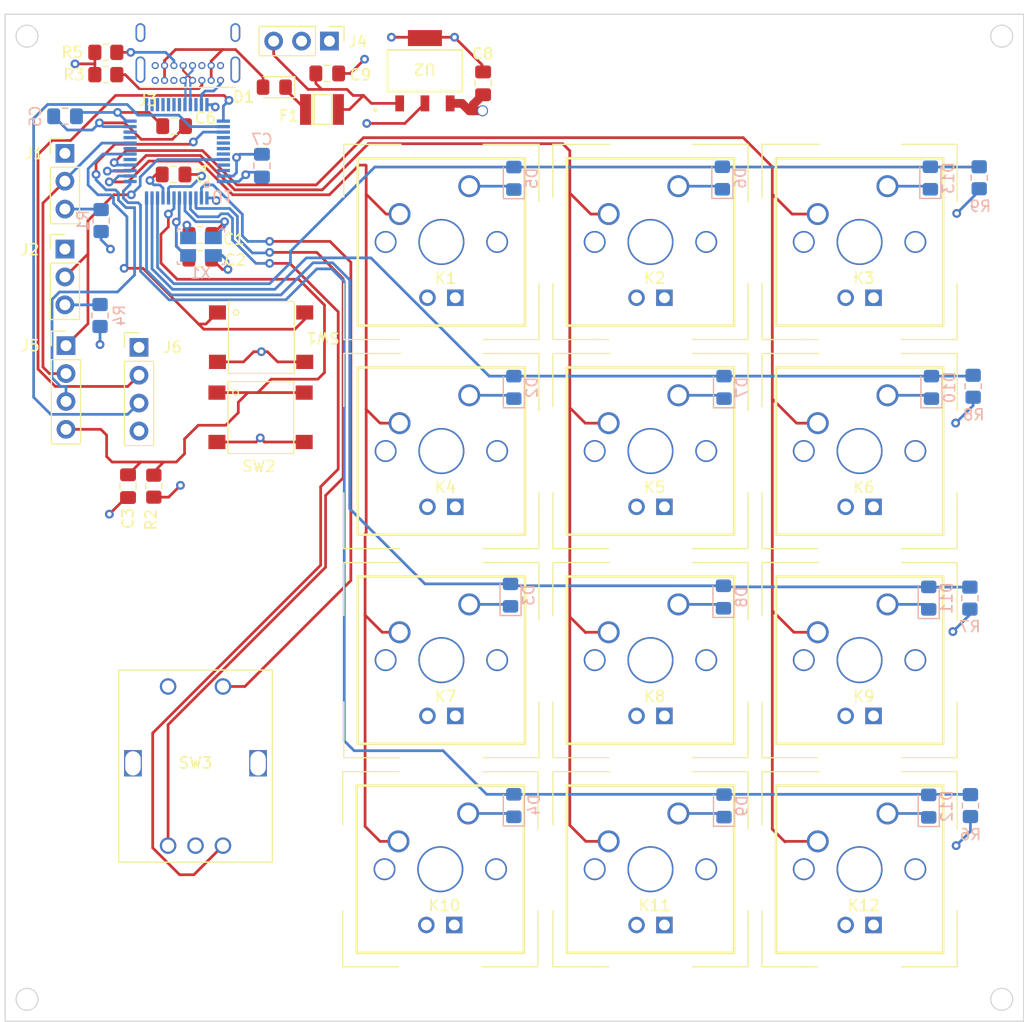
<source format=kicad_pcb>
(kicad_pcb (version 20211014) (generator pcbnew)
  (layers (0 "F.Cu" signal) (1 "In1.Cu" signal) (2 "In2.Cu" signal) (31 "B.Cu" signal) (34 "B.Paste" user) (35 "F.Paste" user) (36 "B.SilkS" user "B.Silkscreen") (37 "F.SilkS" user "F.Silkscreen") (38 "B.Mask" user) (39 "F.Mask" user) (44 "Edge.Cuts" user))
  (net 0 "")
  (net 1 "GND")
  (net 2 "Net-(C1-Pad2)")
  (net 3 "Net-(C2-Pad1)")
  (net 4 "NRST")
  (net 5 "+3V3")
  (net 6 "+5V")
  (net 7 "Net-(D1-Pad1)")
  (net 8 "VBUS")
  (net 9 "Net-(D2-Pad1)")
  (net 10 "ROW1")
  (net 11 "Net-(D3-Pad1)")
  (net 12 "ROW2")
  (net 13 "Net-(D4-Pad1)")
  (net 14 "ROW3")
  (net 15 "Net-(D5-Pad1)")
  (net 16 "ROW0")
  (net 17 "Net-(D6-Pad1)")
  (net 18 "Net-(D7-Pad1)")
  (net 19 "Net-(D8-Pad1)")
  (net 20 "Net-(D9-Pad1)")
  (net 21 "Net-(D10-Pad1)")
  (net 22 "Net-(D11-Pad1)")
  (net 23 "Net-(D12-Pad1)")
  (net 24 "Net-(D13-Pad1)")
  (net 25 "BOOT1")
  (net 26 "Net-(J1-Pad3)")
  (net 27 "BOOT0")
  (net 28 "Net-(J2-Pad3)")
  (net 29 "Net-(J3-PadA5)")
  (net 30 "D+")
  (net 31 "D-")
  (net 33 "Net-(J3-PadB5)")
  (net 35 "TraceSWO")
  (net 36 "SWDIO")
  (net 37 "SWCLK")
  (net 38 "COL0")
  (net 39 "COL1")
  (net 40 "COL2")
  (net 41 "MODE")
  (net 42 "ENCA")
  (net 43 "ENCB")
  (net 44 "ENCSW")
  (net 58 "SDA")
  (net 59 "SCL")
  (footprint "keyboard_fp:CherryMx" (layer "F.Cu") (at 99.55 128.4)
    (fp_text reference "K11")
    (fp_text value "KSW")
  )
  (footprint "keyboard_fp:CherryMx" (layer "F.Cu") (at 118.6 90.3)
    (fp_text reference "K6")
    (fp_text value "KSW")
  )
  (footprint "Capacitor_SMD:C_0805_2012Metric_Pad1.18x1.45mm_HandSolder" (layer "F.Cu") (at 56.1 65.1)
    (fp_text reference "C4")
    (fp_text value "100nF")
  )
  (footprint "keyboard_fp:SOT-223_DIO-L" (layer "F.Cu") (at 79 55.65)
    (fp_text reference "U2")
    (fp_text value "AP2114HA-3.3TRG1")
  )
  (footprint "keyboard_fp:CherryMx" (layer "F.Cu") (at 99.55 90.3)
    (fp_text reference "K5")
    (fp_text value "KSW")
  )
  (footprint "mpadfps:PTS645-G" (layer "F.Cu") (at 60.1 77.675)
    (fp_text reference "SW1")
    (fp_text value "SWITCH_TACTILE_SPST-NO_0.05A_12V" hide)
  )
  (footprint "keyboard_fp:CherryMx" (layer "F.Cu") (at 118.6 71.25)
    (fp_text reference "K3")
    (fp_text value "KSW")
  )
  (footprint "mpadfps:PEC11H-RotaryEncoderSwitch" (layer "F.Cu") (at 58.1 118.75)
    (fp_text reference "SW3")
    (fp_text value "RotaryEncoder_Switch" hide)
  )
  (footprint "keyboard_fp:CherryMx" (layer "F.Cu") (at 118.6 128.4)
    (fp_text reference "K12")
    (fp_text value "KSW")
  )
  (footprint "Resistor_SMD:R_0805_2012Metric_Pad1.20x1.40mm_HandSolder" (layer "F.Cu") (at 54.3 93.5 90)
    (fp_text reference "R2")
    (fp_text value "10k")
  )
  (footprint "Capacitor_SMD:C_0805_2012Metric_Pad1.18x1.45mm_HandSolder" (layer "F.Cu") (at 84.3 56.8 -90)
    (fp_text reference "C8")
    (fp_text value "4.7uF")
  )
  (footprint "Capacitor_SMD:C_0805_2012Metric_Pad1.18x1.45mm_HandSolder" (layer "F.Cu") (at 70.1 55.9)
    (fp_text reference "C9")
    (fp_text value "4.7uF")
  )
  (footprint "Capacitor_SMD:C_0805_2012Metric_Pad1.18x1.45mm_HandSolder" (layer "F.Cu") (at 51.95 93.5 -90)
    (fp_text reference "C3")
    (fp_text value "100nF")
  )
  (footprint "keyboard_fp:CherryMx" (layer "F.Cu") (at 118.6 109.35)
    (fp_text reference "K9")
    (fp_text value "KSW")
  )
  (footprint "Capacitor_SMD:C_0805_2012Metric_Pad1.18x1.45mm_HandSolder" (layer "F.Cu") (at 58.5255 72.771)
    (fp_text reference "C2")
    (fp_text value "15pF")
  )
  (footprint "keyboard_fp:CherryMx" (layer "F.Cu") (at 80.4 128.4)
    (fp_text reference "K10")
    (fp_text value "KSW")
  )
  (footprint "Capacitor_SMD:C_0805_2012Metric_Pad1.18x1.45mm_HandSolder" (layer "F.Cu") (at 58.547 70.612)
    (fp_text reference "C1")
    (fp_text value "15pF")
  )
  (footprint "keyboard_fp:CherryMx" (layer "F.Cu") (at 80.5 109.35)
    (fp_text reference "K7")
    (fp_text value "KSW")
  )
  (footprint "Connector_PinHeader_2.54mm:PinHeader_1x04_P2.54mm_Vertical" (layer "F.Cu") (at 46.3 80.7)
    (fp_text reference "J5")
    (fp_text value "4PinJump" hide)
  )
  (footprint "keyboard_fp:CherryMx" (layer "F.Cu") (at 80.5 71.25)
    (fp_text reference "K1")
    (fp_text value "KSW")
  )
  (footprint "mpadfps:PTS645-G" (layer "F.Cu") (at 60.05 84.975)
    (fp_text reference "SW2")
    (fp_text value "SWITCH_TACTILE_SPST-NO_0.05A_12V" hide)
  )
  (footprint "Connector_PinHeader_2.54mm:PinHeader_1x04_P2.54mm_Vertical" (layer "F.Cu") (at 52.95 80.85)
    (fp_text reference "J6")
    (fp_text value "4PinJump")
  )
  (footprint "Resistor_SMD:R_0805_2012Metric_Pad1.20x1.40mm_HandSolder" (layer "F.Cu") (at 49.927 53.975)
    (fp_text reference "R5")
    (fp_text value "5.1k")
  )
  (footprint "mpadfps:USB4085-GF-A" (layer "F.Cu") (at 57.404 56.5305 180)
    (fp_text reference "J3")
    (fp_text value "GCT-USB4085")
  )
  (footprint "Capacitor_SMD:C_0805_2012Metric_Pad1.18x1.45mm_HandSolder" (layer "F.Cu") (at 56.15 60.7)
    (fp_text reference "C6")
    (fp_text value "1uF")
  )
  (footprint "keyboard_fp:CherryMx" (layer "F.Cu") (at 99.55 109.35)
    (fp_text reference "K8")
    (fp_text value "KSW")
  )
  (footprint "Resistor_SMD:R_0805_2012Metric_Pad1.20x1.40mm_HandSolder" (layer "F.Cu") (at 49.927 56.007)
    (fp_text reference "R3")
    (fp_text value "5.1k")
  )
  (footprint "keyboard_fp:CherryMx" (layer "F.Cu") (at 99.55 71.25)
    (fp_text reference "K2")
    (fp_text value "KSW")
  )
  (footprint "mpadfps:OZCHFusr" (layer "F.Cu") (at 68.12 59.182)
    (fp_text reference "F1")
    (fp_text value "OZCH")
  )
  (footprint "Diode_SMD:D_0805_2012Metric_Pad1.15x1.40mm_HandSolder" (layer "F.Cu") (at 65.278 57.15 180)
    (fp_text reference "D1")
    (fp_text value "D")
  )
  (footprint "keyboard_fp:CherryMx" (layer "F.Cu") (at 80.5 90.3)
    (fp_text reference "K4")
    (fp_text value "KSW")
  )
  (footprint "Connector_PinHeader_2.54mm:PinHeader_1x03_P2.54mm_Vertical" (layer "F.Cu") (at 46.2 71.9)
    (fp_text reference "J2")
    (fp_text value "3PinJump")
  )
  (footprint "Connector_PinHeader_2.54mm:PinHeader_1x03_P2.54mm_Vertical" (layer "F.Cu") (at 46.2 63.175)
    (fp_text reference "J1")
    (fp_text value "3PinJump")
  )
  (footprint "Connector_PinHeader_2.54mm:PinHeader_1x03_P2.54mm_Vertical" (layer "F.Cu") (at 70.3 52.95 -90)
    (fp_text reference "J4")
    (fp_text value "3PinJump")
  )
  (footprint "Diode_SMD:D_0805_2012Metric_Pad1.15x1.40mm_HandSolder" (layer "B.Cu") (at 124.9 103.7 90)
    (fp_text reference "D11")
    (fp_text value "1N4148WX-TP")
  )
  (footprint "Resistor_SMD:R_0805_2012Metric_Pad1.20x1.40mm_HandSolder" (layer "B.Cu") (at 128.7 122.6 90)
    (fp_text reference "R6")
    (fp_text value "1k")
  )
  (footprint "Diode_SMD:D_0805_2012Metric_Pad1.15x1.40mm_HandSolder" (layer "B.Cu") (at 87.1 65.45 90)
    (fp_text reference "D5")
    (fp_text value "1N4148WX-TP")
  )
  (footprint "Diode_SMD:D_0805_2012Metric_Pad1.15x1.40mm_HandSolder" (layer "B.Cu") (at 125.15 84.5 90)
    (fp_text reference "D10")
    (fp_text value "1N4148WX-TP")
  )
  (footprint "Resistor_SMD:R_0805_2012Metric_Pad1.20x1.40mm_HandSolder" (layer "B.Cu") (at 49.5 69.3 -90)
    (fp_text reference "R1")
    (fp_text value "10k" hide)
  )
  (footprint "Capacitor_SMD:C_0805_2012Metric_Pad1.18x1.45mm_HandSolder" (layer "B.Cu") (at 64.15 64.3 90)
    (fp_text reference "C7")
    (fp_text value "4.7uF")
  )
  (footprint "Diode_SMD:D_0805_2012Metric_Pad1.15x1.40mm_HandSolder" (layer "B.Cu") (at 106.2 103.6 90)
    (fp_text reference "D8")
    (fp_text value "1N4148WX-TP")
  )
  (footprint "Capacitor_SMD:C_0805_2012Metric_Pad1.18x1.45mm_HandSolder" (layer "B.Cu") (at 46.2125 59.8 180)
    (fp_text reference "C5")
    (fp_text value "100nF")
  )
  (footprint "Diode_SMD:D_0805_2012Metric_Pad1.15x1.40mm_HandSolder" (layer "B.Cu") (at 106.25 122.625 90)
    (fp_text reference "D9")
    (fp_text value "1N4148WX-TP")
  )
  (footprint "Diode_SMD:D_0805_2012Metric_Pad1.15x1.40mm_HandSolder" (layer "B.Cu") (at 86.8 103.425 90)
    (fp_text reference "D3")
    (fp_text value "1N4148WX-TP")
  )
  (footprint "mpadfps:TSX-3226" (layer "B.Cu") (at 58.547 71.628 180)
    (fp_text reference "X1")
    (fp_text value "TSX-3225_16.0000MF18X-AC6")
  )
  (footprint "Resistor_SMD:R_0805_2012Metric_Pad1.20x1.40mm_HandSolder" (layer "B.Cu") (at 129.5 65.4 90)
    (fp_text reference "R9")
    (fp_text value "1k")
  )
  (footprint "Diode_SMD:D_0805_2012Metric_Pad1.15x1.40mm_HandSolder" (layer "B.Cu") (at 87.1 84.5 90)
    (fp_text reference "D2")
    (fp_text value "1N4148WX-TP")
  )
  (footprint "Diode_SMD:D_0805_2012Metric_Pad1.15x1.40mm_HandSolder" (layer "B.Cu") (at 106.25 84.5 90)
    (fp_text reference "D7")
    (fp_text value "1N4148WX-TP")
  )
  (footprint "Diode_SMD:D_0805_2012Metric_Pad1.15x1.40mm_HandSolder" (layer "B.Cu") (at 124.9 122.65 90)
    (fp_text reference "D12")
    (fp_text value "1N4148WX-TP")
  )
  (footprint "Diode_SMD:D_0805_2012Metric_Pad1.15x1.40mm_HandSolder" (layer "B.Cu") (at 125.05 65.425 90)
    (fp_text reference "D13")
    (fp_text value "1N4148WX-TP")
  )
  (footprint "mpadfps:LQFP48" (layer "B.Cu") (at 56.388 62.992 180)
    (fp_text reference "U1")
    (fp_text value "STM32F103C8T6TR")
  )
  (footprint "Resistor_SMD:R_0805_2012Metric_Pad1.20x1.40mm_HandSolder" (layer "B.Cu") (at 49.4 77.95 -90)
    (fp_text reference "R4")
    (fp_text value "10k")
  )
  (footprint "Resistor_SMD:R_0805_2012Metric_Pad1.20x1.40mm_HandSolder" (layer "B.Cu") (at 128.95 84.4 90)
    (fp_text reference "R8")
    (fp_text value "1k")
  )
  (footprint "Diode_SMD:D_0805_2012Metric_Pad1.15x1.40mm_HandSolder" (layer "B.Cu") (at 87.1 122.6 90)
    (fp_text reference "D4")
    (fp_text value "1N4148WX-TP")
  )
  (footprint "Resistor_SMD:R_0805_2012Metric_Pad1.20x1.40mm_HandSolder" (layer "B.Cu") (at 128.65 103.7 90)
    (fp_text reference "R7")
    (fp_text value "1k")
  )
  (footprint "Diode_SMD:D_0805_2012Metric_Pad1.15x1.40mm_HandSolder" (layer "B.Cu") (at 106.1 65.425 90)
    (fp_text reference "D6")
    (fp_text value "1N4148WX-TP")
  )
  (gr_circle (center 42.75 52.5) (end 42.75 51.5) (layer "Edge.Cuts") (width 0.1) (fill none))
  (gr_rect (start 40.75 50.5) (end 133.55 142.25) (layer "Edge.Cuts") (width 0.1) (fill none))
  (gr_circle (center 131.55 52.5) (end 132.55 52.5) (layer "Edge.Cuts") (width 0.1) (fill none))
  (gr_circle (center 42.75 140.25) (end 41.75 140.25) (layer "Edge.Cuts") (width 0.1) (fill none))
  (gr_circle (center 131.55 140.25) (end 131.55 141.25) (layer "Edge.Cuts") (width 0.1) (fill none))
  (segment (start 64 89.1) (end 64.375 89.475) (width 0.25) (layer "F.Cu") (net 1))
  (segment (start 60.542 73.75) (end 59.563 72.771) (width 0.25) (layer "F.Cu") (net 1))
  (segment (start 71.1375 55.9) (end 72.2 55.9) (width 0.25) (layer "F.Cu") (net 1))
  (segment (start 63.4 81.25) (end 64.1 81.25) (width 0.25) (layer "F.Cu") (net 1))
  (segment (start 58.5 65.1) (end 58.65 65.25) (width 0.25) (layer "F.Cu") (net 1))
  (segment (start 64.375 89.475) (end 68 89.475) (width 0.25) (layer "F.Cu") (net 1))
  (segment (start 75.95 52.6) (end 81.7 52.6) (width 0.25) (layer "F.Cu") (net 1))
  (segment (start 60.1 82.175) (end 62.475 82.175) (width 0.25) (layer "F.Cu") (net 1))
  (segment (start 77.1742 60.45) (end 79 58.6242) (width 0.25) (layer "F.Cu") (net 1))
  (segment (start 49.35 60.4) (end 51.65 60.4) (width 0.25) (layer "F.Cu") (net 1))
  (segment (start 51.95 94.5375) (end 51.7625 94.5375) (width 0.25) (layer "F.Cu") (net 1))
  (segment (start 62.475 82.175) (end 63.4 81.25) (width 0.25) (layer "F.Cu") (net 1))
  (segment (start 84.2 56.075) (end 84.2 55.1) (width 0.25) (layer "F.Cu") (net 1))
  (segment (start 48.927 55.023) (end 47.123 55.023) (width 0.25) (layer "F.Cu") (net 1))
  (segment (start 51.7625 94.5375) (end 50.25 96.05) (width 0.25) (layer "F.Cu") (net 1))
  (segment (start 48.927 55.023) (end 48.927 53.975) (width 0.25) (layer "F.Cu") (net 1))
  (segment (start 61.05 73.75) (end 60.542 73.75) (width 0.25) (layer "F.Cu") (net 1))
  (segment (start 53.14952 61.89952) (end 55.98798 61.89952) (width 0.25) (layer "F.Cu") (net 1))
  (segment (start 63.625 89.475) (end 64 89.1) (width 0.25) (layer "F.Cu") (net 1))
  (segment (start 72.2 55.9) (end 73.5 54.6) (width 0.25) (layer "F.Cu") (net 1))
  (segment (start 57.1375 65.1) (end 58.5 65.1) (width 0.25) (layer "F.Cu") (net 1))
  (segment (start 65.575 82.175) (end 68.05 82.175) (width 0.25) (layer "F.Cu") (net 1))
  (segment (start 57.310233 69.718417) (end 57.310233 70.412733) (width 0.25) (layer "F.Cu") (net 1))
  (segment (start 57.310233 70.412733) (end 57.5095 70.612) (width 0.25) (layer "F.Cu") (net 1))
  (segment (start 84.2 55.1) (end 81.7 52.6) (width 0.25) (layer "F.Cu") (net 1))
  (segment (start 48.927 56.007) (end 48.927 55.023) (width 0.25) (layer "F.Cu") (net 1))
  (segment (start 64.65 81.25) (end 65.575 82.175) (width 0.25) (layer "F.Cu") (net 1))
  (segment (start 51.65 60.4) (end 53.14952 61.89952) (width 0.25) (layer "F.Cu") (net 1))
  (segment (start 64.1 81.25) (end 64.65 81.25) (width 0.25) (layer "F.Cu") (net 1))
  (segment (start 55.98798 61.89952) (end 57.1875 60.7) (width 0.25) (layer "F.Cu") (net 1))
  (segment (start 73.7 60.45) (end 77.1742 60.45) (width 0.25) (layer "F.Cu") (net 1))
  (segment (start 60.05 89.475) (end 63.625 89.475) (width 0.25) (layer "F.Cu") (net 1))
  (via (at 64.1 81.25) (size 0.8) (drill 0.4) (layers "F.Cu" "B.Cu") (net 1))
  (via (at 127.45 68.65) (size 0.8) (drill 0.4) (layers "F.Cu" "B.Cu") (net 1))
  (via (at 50.25 96.05) (size 0.8) (drill 0.4) (layers "F.Cu" "B.Cu") (net 1))
  (via (at 127.35 87.75) (size 0.8) (drill 0.4) (layers "F.Cu" "B.Cu") (net 1))
  (via (at 47.123 55.023) (size 0.8) (drill 0.4) (layers "F.Cu" "B.Cu") (net 1))
  (via (at 127.4 126.25) (size 0.8) (drill 0.4) (layers "F.Cu" "B.Cu") (net 1))
  (via (at 127.1 106.75) (size 0.8) (drill 0.4) (layers "F.Cu" "B.Cu") (net 1))
  (via (at 81.7 52.6) (size 0.8) (drill 0.4) (layers "F.Cu" "B.Cu") (net 1))
  (via (at 49.35 60.4) (size 0.8) (drill 0.4) (layers "F.Cu" "B.Cu") (net 1))
  (via (at 49.4 80.6) (size 0.8) (drill 0.4) (layers "F.Cu" "B.Cu") (net 1))
  (via (at 64 89.1) (size 0.8) (drill 0.4) (layers "F.Cu" "B.Cu") (net 1))
  (via (at 50.35 71.9) (size 0.8) (drill 0.4) (layers "F.Cu" "B.Cu") (net 1))
  (via (at 61.836223 63.552873) (size 0.8) (drill 0.4) (layers "F.Cu" "B.Cu") (net 1))
  (via (at 61.05 73.75) (size 0.8) (drill 0.4) (layers "F.Cu" "B.Cu") (net 1))
  (via (at 75.95 52.6) (size 0.8) (drill 0.4) (layers "F.Cu" "B.Cu") (net 1))
  (via (at 73.7 60.45) (size 0.8) (drill 0.4) (layers "F.Cu" "B.Cu") (net 1))
  (via (at 57.310233 69.718417) (size 0.8) (drill 0.4) (layers "F.Cu" "B.Cu") (net 1))
  (via (at 58.65 65.25) (size 0.8) (drill 0.4) (layers "F.Cu" "B.Cu") (net 1))
  (via (at 73.5 54.6) (size 0.8) (drill 0.4) (layers "F.Cu" "B.Cu") (net 1))
  (segment (start 60.379 56.871) (end 60.379 56.5305) (width 0.25) (layer "B.Cu") (net 1))
  (segment (start 45.175 59.8) (end 46.425 61.05) (width 0.25) (layer "B.Cu") (net 1))
  (segment (start 49.5 70.3) (end 49.5 71.05) (width 0.25) (layer "B.Cu") (net 1))
  (segment (start 49.5 71.05) (end 50.35 71.9) (width 0.25) (layer "B.Cu") (net 1))
  (segment (start 62.126596 63.2625) (end 64.15 63.2625) (width 0.25) (layer "B.Cu") (net 1))
  (segment (start 61.836223 63.552873) (end 62.126596 63.2625) (width 0.25) (layer "B.Cu") (net 1))
  (segment (start 59.75 57.5) (end 60.379 56.871) (width 0.25) (layer "B.Cu") (net 1))
  (segment (start 59.722 72.478) (end 60.528 72.478) (width 0.25) (layer "B.Cu") (net 1))
  (segment (start 46.425 61.05) (end 48.7 61.05) (width 0.25) (layer "B.Cu") (net 1))
  (segment (start 61.05 73) (end 61.05 73.75) (width 0.25) (layer "B.Cu") (net 1))
  (segment (start 58.638 57.842978) (end 58.980978 57.5) (width 0.25) (layer "B.Cu") (net 1))
  (segment (start 128.65 105.2) (end 127.1 106.75) (width 0.25) (layer "B.Cu") (net 1))
  (segment (start 52.138 60.742) (end 49.692 60.742) (width 0.25) (layer "B.Cu") (net 1))
  (segment (start 55.638 66.342978) (end 55.780978 66.2) (width 0.25) (layer "B.Cu") (net 1))
  (segment (start 49.692 60.742) (end 49.35 60.4) (width 0.25) (layer "B.Cu") (net 1))
  (segment (start 58.638 58.742) (end 58.638 57.842978) (width 0.25) (layer "B.Cu") (net 1))
  (segment (start 60.528 72.478) (end 61.05 73) (width 0.25) (layer "B.Cu") (net 1))
  (segment (start 128.65 104.7) (end 128.65 105.2) (width 0.25) (layer "B.Cu") (net 1))
  (segment (start 128.95 85.4) (end 128.95 86.15) (width 0.25) (layer "B.Cu") (net 1))
  (segment (start 57.310233 69.718417) (end 57.310233 70.766233) (width 0.25) (layer "B.Cu") (net 1))
  (segment (start 129.5 66.4) (end 129.5 66.6) (width 0.25) (layer "B.Cu") (net 1))
  (segment (start 61.836223 63.552873) (end 61.836223 64.942799) (width 0.25) (layer "B.Cu") (net 1))
  (segment (start 61.537022 65.242) (end 60.638 65.242) (width 0.25) (layer "B.Cu") (net 1))
  (segment (start 129.5 66.6) (end 127.45 68.65) (width 0.25) (layer "B.Cu") (net 1))
  (segment (start 128.95 86.15) (end 127.35 87.75) (width 0.25) (layer "B.Cu") (net 1))
  (segment (start 57.7 66.2) (end 58.65 65.25) (width 0.25) (layer "B.Cu") (net 1))
  (segment (start 128.7 124.95) (end 127.4 126.25) (width 0.25) (layer "B.Cu") (net 1))
  (segment (start 48.7 61.05) (end 49.35 60.4) (width 0.25) (layer "B.Cu") (net 1))
  (segment (start 55.638 67.242) (end 55.638 66.342978) (width 0.25) (layer "B.Cu") (net 1))
  (segment (start 58.980978 57.5) (end 59.75 57.5) (width 0.25) (layer "B.Cu") (net 1))
  (segment (start 49.4 78.95) (end 49.4 80.6) (width 0.25) (layer "B.Cu") (net 1))
  (segment (start 61.836223 64.942799) (end 61.537022 65.242) (width 0.25) (layer "B.Cu") (net 1))
  (segment (start 55.780978 66.2) (end 57.7 66.2) (width 0.25) (layer "B.Cu") (net 1))
  (segment (start 128.7 123.6) (end 128.7 124.95) (width 0.25) (layer "B.Cu") (net 1))
  (segment (start 57.310233 70.766233) (end 57.422 70.878) (width 0.25) (layer "B.Cu") (net 1))
  (segment (start 60.744842 69.451658) (end 59.5845 70.612) (width 0.25) (layer "F.Cu") (net 2))
  (segment (start 60.744842 69.405158) (end 60.744842 69.451658) (width 0.25) (layer "F.Cu") (net 2))
  (via (at 60.744842 69.405158) (size 0.8) (drill 0.4) (layers "F.Cu" "B.Cu") (net 2))
  (segment (start 60.744842 69.855158) (end 59.722 70.878) (width 0.25) (layer "B.Cu") (net 2))
  (segment (start 58.130702 69.405158) (end 57.138 68.412456) (width 0.25) (layer "B.Cu") (net 2))
  (segment (start 57.138 68.412456) (end 57.138 67.242) (width 0.25) (layer "B.Cu") (net 2))
  (segment (start 60.744842 69.405158) (end 58.130702 69.405158) (width 0.25) (layer "B.Cu") (net 2))
  (segment (start 60.744842 69.405158) (end 60.744842 69.855158) (width 0.25) (layer "B.Cu") (net 2))
  (segment (start 56.3505 69.43928) (end 56.3505 71.6335) (width 0.25) (layer "F.Cu") (net 3))
  (segment (start 56.3505 71.6335) (end 57.488 72.771) (width 0.25) (layer "F.Cu") (net 3))
  (via (at 56.3505 69.43928) (size 0.8) (drill 0.4) (layers "F.Cu" "B.Cu") (net 3))
  (segment (start 56.41772 69.43928) (end 56.612511 69.244489) (width 0.25) (layer "B.Cu") (net 3))
  (segment (start 56.3505 69.43928) (end 56.3505 71.6505) (width 0.25) (layer "B.Cu") (net 3))
  (segment (start 56.612511 69.244489) (end 56.612511 67.437) (width 0.25) (layer "B.Cu") (net 3))
  (segment (start 57.178 72.478) (end 57.422 72.478) (width 0.25) (layer "B.Cu") (net 3))
  (segment (start 56.3505 69.43928) (end 56.41772 69.43928) (width 0.25) (layer "B.Cu") (net 3))
  (segment (start 56.3505 71.6505) (end 57.178 72.478) (width 0.25) (layer "B.Cu") (net 3))
  (segment (start 69.85 77) (end 69.85 83.15) (width 0.25) (layer "F.Cu") (net 4))
  (segment (start 56.35 91.3) (end 55.2 91.3) (width 0.25) (layer "F.Cu") (net 4))
  (segment (start 60.85 87.95) (end 58.35 87.95) (width 0.25) (layer "F.Cu") (net 4))
  (segment (start 63.825 84.975) (end 63.775 84.975) (width 0.25) (layer "F.Cu") (net 4))
  (segment (start 65 83.75) (end 63.775 84.975) (width 0.25) (layer "F.Cu") (net 4))
  (segment (start 56.425 74.65) (end 67.5 74.65) (width 0.25) (layer "F.Cu") (net 4))
  (segment (start 55.2 91.3) (end 54.3 92.2) (width 0.25) (layer "F.Cu") (net 4))
  (segment (start 50.5 91.3) (end 50 90.8) (width 0.25) (layer "F.Cu") (net 4))
  (segment (start 54.95 73.175) (end 56.425 74.65) (width 0.25) (layer "F.Cu") (net 4))
  (segment (start 57.1 89.2) (end 57.1 90.55) (width 0.25) (layer "F.Cu") (net 4))
  (segment (start 55.626 69.874) (end 54.95 70.55) (width 0.25) (layer "F.Cu") (net 4))
  (segment (start 68 84.975) (end 63.825 84.975) (width 0.25) (layer "F.Cu") (net 4))
  (segment (start 62 85.85) (end 62.875 84.975) (width 0.25) (layer "F.Cu") (net 4))
  (segment (start 50 90.8) (end 50 88.85) (width 0.25) (layer "F.Cu") (net 4))
  (segment (start 54.95 70.55) (end 54.95 73.175) (width 0.25) (layer "F.Cu") (net 4))
  (segment (start 50.5 91.3) (end 55.2 91.3) (width 0.25) (layer "F.Cu") (net 4))
  (segment (start 69.85 83.15) (end 69.25 83.75) (width 0.25) (layer "F.Cu") (net 4))
  (segment (start 67.5 74.65) (end 69.85 77) (width 0.25) (layer "F.Cu") (net 4))
  (segment (start 53.1125 91.3) (end 51.95 92.4625) (width 0.25) (layer "F.Cu") (net 4))
  (segment (start 49.47 88.32) (end 46.3 88.32) (width 0.25) (layer "F.Cu") (net 4))
  (segment (start 55.626 68.707) (end 55.626 69.874) (width 0.25) (layer "F.Cu") (net 4))
  (segment (start 69.25 83.75) (end 65 83.75) (width 0.25) (layer "F.Cu") (net 4))
  (segment (start 62 85.85) (end 62 86.8) (width 0.25) (layer "F.Cu") (net 4))
  (segment (start 50 88.85) (end 49.47 88.32) (width 0.25) (layer "F.Cu") (net 4))
  (segment (start 54.3 92.2) (end 54.3 92.5) (width 0.25) (layer "F.Cu") (net 4))
  (segment (start 58.35 87.95) (end 57.1 89.2) (width 0.25) (layer "F.Cu") (net 4))
  (segment (start 62 86.8) (end 60.85 87.95) (width 0.25) (layer "F.Cu") (net 4))
  (segment (start 57.1 90.55) (end 56.35 91.3) (width 0.25) (layer "F.Cu") (net 4))
  (segment (start 60.05 84.975) (end 63.775 84.975) (width 0.25) (layer "F.Cu") (net 4))
  (via (at 55.626 68.707) (size 0.8) (drill 0.4) (layers "F.Cu" "B.Cu") (net 4))
  (segment (start 56.138 68.195) (end 55.626 68.707) (width 0.25) (layer "B.Cu") (net 4))
  (segment (start 56.138 67.242) (end 56.138 68.195) (width 0.25) (layer "B.Cu") (net 4))
  (segment (start 53.8625 59.45) (end 55.1125 60.7) (width 0.25) (layer "F.Cu") (net 5))
  (segment (start 84.3 57.8375) (end 83.4 58.7375) (width 0.8) (layer "F.Cu") (net 5))
  (segment (start 54.3 94.5) (end 55.65 94.5) (width 0.25) (layer "F.Cu") (net 5))
  (segment (start 83.4 59.3) (end 84.25 59.3) (width 0.8) (layer "F.Cu") (net 5))
  (segment (start 83.4 58.7375) (end 83.4 59.3) (width 0.8) (layer "F.Cu") (net 5))
  (segment (start 83.05 59.3) (end 83.4 59.3) (width 0.8) (layer "F.Cu") (net 5))
  (segment (start 55.65 94.5) (end 56.725 93.425) (width 0.25) (layer "F.Cu") (net 5))
  (segment (start 81.3 58.6242) (end 82.3742 58.6242) (width 0.8) (layer "F.Cu") (net 5))
  (segment (start 55.0625 65.1) (end 54.5 65.1) (width 0.25) (layer "F.Cu") (net 5))
  (segment (start 51 59.45) (end 53.8625 59.45) (width 0.25) (layer "F.Cu") (net 5))
  (segment (start 54.5 65.1) (end 53.95 65.65) (width 0.25) (layer "F.Cu") (net 5))
  (segment (start 82.3742 58.6242) (end 83.05 59.3) (width 0.8) (layer "F.Cu") (net 5))
  (via (at 51 59.45) (size 0.8) (drill 0.4) (layers "F.Cu" "B.Cu") (net 5))
  (via (at 60 67.4755) (size 0.8) (drill 0.4) (layers "F.Cu" "B.Cu") (net 5))
  (via (at 53.95 65.65) (size 0.8) (drill 0.4) (layers "F.Cu" "B.Cu") (net 5))
  (via (at 62.675 65.125) (size 0.8) (drill 0.4) (layers "F.Cu" "B.Cu") (net 5))
  (via (at 56.725 93.425) (size 0.8) (drill 0.4) (layers "F.Cu" "B.Cu") (net 5))
  (via (at 84.25 59.3) (size 1) (drill 0.8) (layers "F.Cu" "B.Cu") (net 5))
  (via (at 59.9 58.95) (size 0.8) (drill 0.4) (layers "F.Cu" "B.Cu") (net 5))
  (segment (start 52.138 60.242) (end 51.792 60.242) (width 0.25) (layer "B.Cu") (net 5))
  (segment (start 63.7125 64.9) (end 64.15 65.3375) (width 0.25) (layer "B.Cu") (net 5))
  (segment (start 60 67.4755) (end 59.7665 67.242) (width 0.25) (layer "B.Cu") (net 5))
  (segment (start 62.9 64.9) (end 63.7125 64.9) (width 0.25) (layer "B.Cu") (net 5))
  (segment (start 60.638 65.742) (end 62.058 65.742) (width 0.25) (layer "B.Cu") (net 5))
  (segment (start 59.138 58.742) (end 59.692 58.742) (width 0.25) (layer "B.Cu") (net 5))
  (segment (start 55.138 66.342978) (end 54.845022 66.05) (width 0.25) (layer "B.Cu") (net 5))
  (segment (start 59.7665 67.242) (end 59.138 67.242) (width 0.25) (layer "B.Cu") (net 5))
  (segment (start 51.792 60.242) (end 51 59.45) (width 0.25) (layer "B.Cu") (net 5))
  (segment (start 62.058 65.742) (end 62.675 65.125) (width 0.25) (layer "B.Cu") (net 5))
  (segment (start 47.6 59.45) (end 47.25 59.8) (width 0.25) (layer "B.Cu") (net 5))
  (segment (start 54.3 66.05) (end 53.95 65.7) (width 0.25) (layer "B.Cu") (net 5))
  (segment (start 59.692 58.742) (end 59.9 58.95) (width 0.25) (layer "B.Cu") (net 5))
  (segment (start 51 59.45) (end 47.6 59.45) (width 0.25) (layer "B.Cu") (net 5))
  (segment (start 53.95 65.7) (end 53.95 65.65) (width 0.25) (layer "B.Cu") (net 5))
  (segment (start 55.138 67.242) (end 55.138 66.342978) (width 0.25) (layer "B.Cu") (net 5))
  (segment (start 62.675 65.125) (end 62.9 64.9) (width 0.25) (layer "B.Cu") (net 5))
  (segment (start 54.845022 66.05) (end 54.3 66.05) (width 0.25) (layer "B.Cu") (net 5))
  (segment (start 69.0625 56.8125) (end 69.0625 56.15) (width 0.25) (layer "F.Cu") (net 6))
  (segment (start 73.4 57.9) (end 74.1242 58.6242) (width 0.25) (layer "F.Cu") (net 6))
  (segment (start 65.22 54.22) (end 65.22 52.95) (width 0.25) (layer "F.Cu") (net 6))
  (segment (start 73.4 57.9) (end 72.118 59.182) (width 0.25) (layer "F.Cu") (net 6))
  (segment (start 69.6 57.35) (end 68.35 57.35) (width 0.25) (layer "F.Cu") (net 6))
  (segment (start 72.45 57.9) (end 71.9 57.35) (width 0.25) (layer "F.Cu") (net 6))
  (segment (start 71.9 57.35) (end 69.6 57.35) (width 0.25) (layer "F.Cu") (net 6))
  (segment (start 69.6 57.35) (end 69.0625 56.8125) (width 0.25) (layer "F.Cu") (net 6))
  (segment (start 72.118 59.182) (end 71.12 59.182) (width 0.25) (layer "F.Cu") (net 6))
  (segment (start 68.35 57.35) (end 65.22 54.22) (width 0.25) (layer "F.Cu") (net 6))
  (segment (start 74.1242 58.6242) (end 76.7 58.6242) (width 0.25) (layer "F.Cu") (net 6))
  (segment (start 72.45 57.9) (end 73.4 57.9) (width 0.25) (layer "F.Cu") (net 6))
  (segment (start 68.12 59.182) (end 66.303 57.365) (width 0.25) (layer "F.Cu") (net 7))
  (segment (start 66.303 57.365) (end 66.303 57.15) (width 0.25) (layer "F.Cu") (net 7))
  (segment (start 59.529 55.1805) (end 59.529 56.5305) (width 0.25) (layer "F.Cu") (net 8))
  (segment (start 64.253 56.229164) (end 64.253 57.15) (width 0.25) (layer "F.Cu") (net 8))
  (segment (start 59.529 55.1805) (end 59.529 54.771) (width 0.25) (layer "F.Cu") (net 8))
  (segment (start 55.279 55.1805) (end 55.279 54.720881) (width 0.25) (layer "F.Cu") (net 8))
  (segment (start 61.744836 53.721) (end 64.253 56.229164) (width 0.25) (layer "F.Cu") (net 8))
  (segment (start 56.278881 53.721) (end 60.579 53.721) (width 0.25) (layer "F.Cu") (net 8))
  (segment (start 59.529 54.771) (end 60.579 53.721) (width 0.25) (layer "F.Cu") (net 8))
  (segment (start 60.579 53.721) (end 61.744836 53.721) (width 0.25) (layer "F.Cu") (net 8))
  (segment (start 55.279 55.1805) (end 55.279 56.5305) (width 0.25) (layer "F.Cu") (net 8))
  (segment (start 55.279 54.720881) (end 56.278881 53.721) (width 0.25) (layer "F.Cu") (net 8))
  (segment (start 86.795 85.22) (end 83.04 85.22) (width 0.25) (layer "B.Cu") (net 9))
  (segment (start 87.1 85.525) (end 86.795 85.22) (width 0.25) (layer "B.Cu") (net 9))
  (segment (start 87.1 83.475) (end 128.875 83.475) (width 0.25) (layer "B.Cu") (net 10))
  (segment (start 65.335 75.565) (end 68.2 72.7) (width 0.25) (layer "B.Cu") (net 10))
  (segment (start 74.080411 72.7) (end 84.855411 83.475) (width 0.25) (layer "B.Cu") (net 10))
  (segment (start 54.138 73.696717) (end 56.006283 75.565) (width 0.25) (layer "B.Cu") (net 10))
  (segment (start 84.855411 83.475) (end 87.1 83.475) (width 0.25) (layer "B.Cu") (net 10))
  (segment (start 56.006283 75.565) (end 65.335 75.565) (width 0.25) (layer "B.Cu") (net 10))
  (segment (start 128.875 83.475) (end 128.95 83.4) (width 0.25) (layer "B.Cu") (net 10))
  (segment (start 68.2 72.7) (end 74.080411 72.7) (width 0.25) (layer "B.Cu") (net 10))
  (segment (start 54.138 67.242) (end 54.138 73.696717) (width 0.25) (layer "B.Cu") (net 10))
  (segment (start 86.62 104.27) (end 83.04 104.27) (width 0.25) (layer "B.Cu") (net 11))
  (segment (start 86.8 104.45) (end 86.62 104.27) (width 0.25) (layer "B.Cu") (net 11))
  (segment (start 86.975 102.575) (end 86.8 102.4) (width 0.25) (layer "B.Cu") (net 12))
  (segment (start 55.878566 76.073) (end 65.877 76.073) (width 0.25) (layer "B.Cu") (net 12))
  (segment (start 79 102.4) (end 86.8 102.4) (width 0.25) (layer "B.Cu") (net 12))
  (segment (start 65.877 76.073) (end 68.8 73.15) (width 0.25) (layer "B.Cu") (net 12))
  (segment (start 124.925 102.7) (end 124.9 102.675) (width 0.25) (layer "B.Cu") (net 12))
  (segment (start 53.638 73.832434) (end 55.878566 76.073) (width 0.25) (layer "B.Cu") (net 12))
  (segment (start 68.8 73.15) (end 70.585718 73.15) (width 0.25) (layer "B.Cu") (net 12))
  (segment (start 72.15 74.714282) (end 72.15 95.55) (width 0.25) (layer "B.Cu") (net 12))
  (segment (start 72.15 95.55) (end 79 102.4) (width 0.25) (layer "B.Cu") (net 12))
  (segment (start 124.9 102.675) (end 106.3 102.675) (width 0.25) (layer "B.Cu") (net 12))
  (segment (start 53.638 67.242) (end 53.638 73.832434) (width 0.25) (layer "B.Cu") (net 12))
  (segment (start 128.65 102.7) (end 124.925 102.7) (width 0.25) (layer "B.Cu") (net 12))
  (segment (start 70.585718 73.15) (end 72.15 74.714282) (width 0.25) (layer "B.Cu") (net 12))
  (segment (start 106.2 102.575) (end 86.975 102.575) (width 0.25) (layer "B.Cu") (net 12))
  (segment (start 106.3 102.675) (end 106.2 102.575) (width 0.25) (layer "B.Cu") (net 12))
  (segment (start 86.795 123.32) (end 82.94 123.32) (width 0.25) (layer "B.Cu") (net 13))
  (segment (start 87.1 123.625) (end 86.795 123.32) (width 0.25) (layer "B.Cu") (net 13))
  (segment (start 66.32748 76.52252) (end 69.15 73.7) (width 0.25) (layer "B.Cu") (net 14))
  (segment (start 70.5 73.7) (end 69.15 73.7) (width 0.25) (layer "B.Cu") (net 14))
  (segment (start 51.525489 67.250103) (end 51.949897 67.674511) (width 0.25) (layer "B.Cu") (net 14))
  (segment (start 71.65 74.85) (end 70.5 73.7) (width 0.25) (layer "B.Cu") (net 14))
  (segment (start 53.086 67.886) (end 53.086 73.916151) (width 0.25) (layer "B.Cu") (net 14))
  (segment (start 87.1 121.575) (end 128.675 121.575) (width 0.25) (layer "B.Cu") (net 14))
  (segment (start 71.65 116.7) (end 71.65 74.85) (width 0.25) (layer "B.Cu") (net 14))
  (segment (start 55.692369 76.52252) (end 66.32748 76.52252) (width 0.25) (layer "B.Cu") (net 14))
  (segment (start 87.1 121.575) (end 84.625 121.575) (width 0.25) (layer "B.Cu") (net 14))
  (segment (start 51.949897 67.674511) (end 52.874511 67.674511) (width 0.25) (layer "B.Cu") (net 14))
  (segment (start 53.086 73.916151) (end 55.692369 76.52252) (width 0.25) (layer "B.Cu") (net 14))
  (segment (start 80.65 117.6) (end 72.55 117.6) (width 0.25) (layer "B.Cu") (net 14))
  (segment (start 52.874511 67.674511) (end 53.086 67.886) (width 0.25) (layer "B.Cu") (net 14))
  (segment (start 72.55 117.6) (end 71.65 116.7) (width 0.25) (layer "B.Cu") (net 14))
  (segment (start 128.675 121.575) (end 128.7 121.6) (width 0.25) (layer "B.Cu") (net 14))
  (segment (start 52.138 65.742) (end 52.138 66.012) (width 0.25) (layer "B.Cu") (net 14))
  (segment (start 84.625 121.575) (end 80.65 117.6) (width 0.25) (layer "B.Cu") (net 14))
  (segment (start 52.138 66.012) (end 51.525489 66.624511) (width 0.25) (layer "B.Cu") (net 14))
  (segment (start 51.525489 66.624511) (end 51.525489 67.250103) (width 0.25) (layer "B.Cu") (net 14))
  (segment (start 87.1 66.475) (end 86.795 66.17) (width 0.25) (layer "B.Cu") (net 15))
  (segment (start 86.795 66.17) (end 83.04 66.17) (width 0.25) (layer "B.Cu") (net 15))
  (segment (start 66.75 73.15) (end 66.75 72.1) (width 0.25) (layer "B.Cu") (net 16))
  (segment (start 64.843 75.057) (end 66.75 73.15) (width 0.25) (layer "B.Cu") (net 16))
  (segment (start 87.1 64.425) (end 129.475 64.425) (width 0.25) (layer "B.Cu") (net 16))
  (segment (start 54.638 73.561) (end 56.134 75.057) (width 0.25) (layer "B.Cu") (net 16))
  (segment (start 56.134 75.057) (end 64.843 75.057) (width 0.25) (layer "B.Cu") (net 16))
  (segment (start 74.425 64.425) (end 87.1 64.425) (width 0.25) (layer "B.Cu") (net 16))
  (segment (start 54.638 67.242) (end 54.638 73.561) (width 0.25) (layer "B.Cu") (net 16))
  (segment (start 66.75 72.1) (end 74.425 64.425) (width 0.25) (layer "B.Cu") (net 16))
  (segment (start 129.475 64.425) (end 129.5 64.4) (width 0.25) (layer "B.Cu") (net 16))
  (segment (start 106.1 66.45) (end 105.82 66.17) (width 0.25) (layer "B.Cu") (net 17))
  (segment (start 105.82 66.17) (end 102.09 66.17) (width 0.25) (layer "B.Cu") (net 17))
  (segment (start 105.945 85.22) (end 102.09 85.22) (width 0.25) (layer "B.Cu") (net 18))
  (segment (start 106.25 85.525) (end 105.945 85.22) (width 0.25) (layer "B.Cu") (net 18))
  (segment (start 106.2 104.625) (end 105.845 104.27) (width 0.25) (layer "B.Cu") (net 19))
  (segment (start 105.845 104.27) (end 102.09 104.27) (width 0.25) (layer "B.Cu") (net 19))
  (segment (start 106.25 123.65) (end 105.92 123.32) (width 0.25) (layer "B.Cu") (net 20))
  (segment (start 105.92 123.32) (end 102.09 123.32) (width 0.25) (layer "B.Cu") (net 20))
  (segment (start 125.15 85.525) (end 124.845 85.22) (width 0.25) (layer "B.Cu") (net 21))
  (segment (start 124.845 85.22) (end 121.14 85.22) (width 0.25) (layer "B.Cu") (net 21))
  (segment (start 124.9 104.725) (end 124.445 104.27) (width 0.25) (layer "B.Cu") (net 22))
  (segment (start 124.445 104.27) (end 121.14 104.27) (width 0.25) (layer "B.Cu") (net 22))
  (segment (start 124.9 123.675) (end 124.545 123.32) (width 0.25) (layer "B.Cu") (net 23))
  (segment (start 124.545 123.32) (end 121.14 123.32) (width 0.25) (layer "B.Cu") (net 23))
  (segment (start 124.77 66.17) (end 121.14 66.17) (width 0.25) (layer "B.Cu") (net 24))
  (segment (start 125.05 66.45) (end 124.77 66.17) (width 0.25) (layer "B.Cu") (net 24))
  (segment (start 44.79 83.24) (end 46.3 83.24) (width 0.25) (layer "F.Cu") (net 25))
  (segment (start 44.2 67.715) (end 44.2 82.65) (width 0.25) (layer "F.Cu") (net 25))
  (segment (start 44.2 82.65) (end 44.79 83.24) (width 0.25) (layer "F.Cu") (net 25))
  (segment (start 46.2 65.715) (end 44.2 67.715) (width 0.25) (layer "F.Cu") (net 25))
  (segment (start 52.138 62.242) (end 49.558 62.242) (width 0.25) (layer "B.Cu") (net 25))
  (segment (start 46.2 65.6) (end 46.2 65.715) (width 0.25) (layer "B.Cu") (net 25))
  (segment (start 49.558 62.242) (end 46.2 65.6) (width 0.25) (layer "B.Cu") (net 25))
  (segment (start 49.5 68.3) (end 49.455 68.255) (width 0.25) (layer "B.Cu") (net 26))
  (segment (start 49.455 68.255) (end 46.2 68.255) (width 0.25) (layer "B.Cu") (net 26))
  (segment (start 50.65 66.95) (end 48.3 69.3) (width 0.25) (layer "F.Cu") (net 27))
  (segment (start 48.3 78.7) (end 46.3 80.7) (width 0.25) (layer "F.Cu") (net 27))
  (segment (start 52.25 66.95) (end 50.65 66.95) (width 0.25) (layer "F.Cu") (net 27))
  (segment (start 48.3 72.34) (end 46.2 74.44) (width 0.25) (layer "F.Cu") (net 27))
  (segment (start 48.3 69.3) (end 48.3 72.34) (width 0.25) (layer "F.Cu") (net 27))
  (segment (start 48.3 72.34) (end 48.3 78.7) (width 0.25) (layer "F.Cu") (net 27))
  (via (at 52.25 66.95) (size 0.8) (drill 0.4) (layers "F.Cu" "B.Cu") (net 27))
  (segment (start 53.062511 66.137489) (end 52.25 66.95) (width 0.25) (layer "B.Cu") (net 27))
  (segment (start 53.062511 65.337489) (end 53.062511 66.137489) (width 0.25) (layer "B.Cu") (net 27))
  (segment (start 54.658 63.742) (end 53.062511 65.337489) (width 0.25) (layer "B.Cu") (net 27))
  (segment (start 60.638 63.742) (end 54.658 63.742) (width 0.25) (layer "B.Cu") (net 27))
  (segment (start 46.2 76.98) (end 49.37 76.98) (width 0.25) (layer "B.Cu") (net 28))
  (segment (start 49.37 76.98) (end 49.4 76.95) (width 0.25) (layer "B.Cu") (net 28))
  (segment (start 51.690164 56.007) (end 50.927 56.007) (width 0.25) (layer "F.Cu") (net 29))
  (segment (start 58.679 56.5305) (end 58.679 56.990119) (width 0.25) (layer "F.Cu") (net 29))
  (segment (start 58.392119 57.277) (end 52.960164 57.277) (width 0.25) (layer "F.Cu") (net 29))
  (segment (start 58.679 56.990119) (end 58.392119 57.277) (width 0.25) (layer "F.Cu") (net 29))
  (segment (start 52.960164 57.277) (end 51.690164 56.007) (width 0.25) (layer "F.Cu") (net 29))
  (segment (start 56.979 55.1805) (end 56.979 55.647307) (width 0.2) (layer "F.Cu") (net 30))
  (segment (start 57.829 56.497307) (end 57.829 56.5305) (width 0.2) (layer "F.Cu") (net 30))
  (segment (start 56.979 55.647307) (end 57.829 56.497307) (width 0.2) (layer "F.Cu") (net 30))
  (segment (start 57.829 56.5305) (end 57.829 56.744103) (width 0.2) (layer "B.Cu") (net 30))
  (segment (start 57.829 56.5305) (end 57.629001 56.730499) (width 0.2) (layer "B.Cu") (net 30))
  (segment (start 57.629001 56.730499) (end 57.629 58.674) (width 0.2) (layer "B.Cu") (net 30))
  (segment (start 57.178999 56.730499) (end 57.179 58.674) (width 0.2) (layer "B.Cu") (net 31))
  (segment (start 56.979 56.5305) (end 57.204489 56.755989) (width 0.2) (layer "B.Cu") (net 31))
  (segment (start 56.979 56.490119) (end 56.979 56.5305) (width 0.2) (layer "B.Cu") (net 31))
  (segment (start 57.829 55.640119) (end 56.979 56.490119) (width 0.2) (layer "B.Cu") (net 31))
  (segment (start 57.829 55.1805) (end 57.829 55.640119) (width 0.2) (layer "B.Cu") (net 31))
  (segment (start 52.197 53.975) (end 50.927 53.975) (width 0.25) (layer "F.Cu") (net 33))
  (via (at 52.197 53.975) (size 0.8) (drill 0.4) (layers "F.Cu" "B.Cu") (net 33))
  (segment (start 55.383119 53.975) (end 52.197 53.975) (width 0.25) (layer "B.Cu") (net 33))
  (segment (start 56.129 55.1805) (end 56.129 54.720881) (width 0.25) (layer "B.Cu") (net 33))
  (segment (start 56.129 54.720881) (end 55.383119 53.975) (width 0.25) (layer "B.Cu") (net 33))
  (segment (start 57.9 62.1405) (end 57.6905 62.35) (width 0.25) (layer "F.Cu") (net 35))
  (segment (start 50.75 62.35) (end 49.039827 64.060173) (width 0.25) (layer "F.Cu") (net 35))
  (segment (start 49.039827 64.060173) (end 49.039827 65.099475) (width 0.25) (layer "F.Cu") (net 35))
  (segment (start 57.6905 62.35) (end 50.75 62.35) (width 0.25) (layer "F.Cu") (net 35))
  (via (at 49.039827 65.099475) (size 0.8) (drill 0.4) (layers "F.Cu" "B.Cu") (net 35))
  (via (at 57.9 62.1405) (size 0.8) (drill 0.4) (layers "F.Cu" "B.Cu") (net 35))
  (segment (start 50.994511 75.805489) (end 45.713501 75.805489) (width 0.25) (layer "B.Cu") (net 35))
  (segment (start 57.9 62.1405) (end 58.7985 61.242) (width 0.25) (layer "B.Cu") (net 35))
  (segment (start 51.075969 66.775969) (end 51.075969 67.436301) (width 0.25) (layer "B.Cu") (net 35))
  (segment (start 46.3 84.414511) (end 46.3 85.78) (width 0.25) (layer "B.Cu") (net 35))
  (segment (start 52.55 74.25) (end 50.994511 75.805489) (width 0.25) (layer "B.Cu") (net 35))
  (segment (start 51.7637 68.124031) (end 52.55 68.124031) (width 0.25) (layer "B.Cu") (net 35))
  (segment (start 51.075969 67.436301) (end 51.7637 68.124031) (width 0.25) (layer "B.Cu") (net 35))
  (segment (start 58.7985 61.242) (end 60.638 61.242) (width 0.25) (layer "B.Cu") (net 35))
  (segment (start 49.039827 65.099475) (end 49.039827 65.602307) (width 0.25) (layer "B.Cu") (net 35))
  (segment (start 49.941771 66.504251) (end 50.804251 66.504251) (width 0.25) (layer "B.Cu") (net 35))
  (segment (start 52.55 68.124031) (end 52.55 74.25) (width 0.25) (layer "B.Cu") (net 35))
  (segment (start 45.025489 83.626499) (end 45.813501 84.414511) (width 0.25) (layer "B.Cu") (net 35))
  (segment (start 45.813501 84.414511) (end 46.3 84.414511) (width 0.25) (layer "B.Cu") (net 35))
  (segment (start 45.713501 75.805489) (end 45.025489 76.493501) (width 0.25) (layer "B.Cu") (net 35))
  (segment (start 45.025489 76.493501) (end 45.025489 83.626499) (width 0.25) (layer "B.Cu") (net 35))
  (segment (start 50.804251 66.504251) (end 51.075969 66.775969) (width 0.25) (layer "B.Cu") (net 35))
  (segment (start 49.039827 65.602307) (end 49.941771 66.504251) (width 0.25) (layer "B.Cu") (net 35))
  (segment (start 60.7 57.9) (end 50.825386 57.9) (width 0.25) (layer "F.Cu") (net 36))
  (segment (start 45.025489 62.000489) (end 43.75 63.275978) (width 0.25) (layer "F.Cu") (net 36))
  (segment (start 43.75 82.835717) (end 45.328794 84.414511) (width 0.25) (layer "F.Cu") (net 36))
  (segment (start 45.328794 84.414511) (end 51.925489 84.414511) (width 0.25) (layer "F.Cu") (net 36))
  (segment (start 50.825386 57.9) (end 46.724897 62.000489) (width 0.25) (layer "F.Cu") (net 36))
  (segment (start 46.724897 62.000489) (end 45.025489 62.000489) (width 0.25) (layer "F.Cu") (net 36))
  (segment (start 61.15 58.35) (end 60.7 57.9) (width 0.25) (layer "F.Cu") (net 36))
  (segment (start 43.75 63.275978) (end 43.75 82.835717) (width 0.25) (layer "F.Cu") (net 36))
  (segment (start 51.925489 84.414511) (end 52.95 83.39) (width 0.25) (layer "F.Cu") (net 36))
  (via (at 61.15 58.35) (size 0.8) (drill 0.4) (layers "F.Cu" "B.Cu") (net 36))
  (segment (start 60.638 58.862) (end 60.638 60.242) (width 0.25) (layer "B.Cu") (net 36))
  (segment (start 61.15 58.35) (end 60.638 58.862) (width 0.25) (layer "B.Cu") (net 36))
  (segment (start 56.58 59.7) (end 52.85 59.7) (width 0.25) (layer "B.Cu") (net 37))
  (segment (start 57.622 60.742) (end 56.58 59.7) (width 0.25) (layer "B.Cu") (net 37))
  (segment (start 52.85 59.7) (end 51.875489 58.725489) (width 0.25) (layer "B.Cu") (net 37))
  (segment (start 51.875489 58.725489) (end 44.624511 58.725489) (width 0.25) (layer "B.Cu") (net 37))
  (segment (start 43.35 85.4) (end 44.904511 86.954511) (width 0.25) (layer "B.Cu") (net 37))
  (segment (start 44.904511 86.954511) (end 51.925489 86.954511) (width 0.25) (layer "B.Cu") (net 37))
  (segment (start 43.35 60) (end 43.35 85.4) (width 0.25) (layer "B.Cu") (net 37))
  (segment (start 60.638 60.742) (end 57.622 60.742) (width 0.25) (layer "B.Cu") (net 37))
  (segment (start 44.624511 58.725489) (end 43.35 60) (width 0.25) (layer "B.Cu") (net 37))
  (segment (start 51.925489 86.954511) (end 52.95 85.93) (width 0.25) (layer "B.Cu") (net 37))
  (segment (start 61.487564 66.95) (end 70.3 66.95) (width 0.25) (layer "F.Cu") (net 38))
  (segment (start 74.9 87.75) (end 75.05 87.75) (width 0.25) (layer "F.Cu") (net 38))
  (segment (start 73.65 66.9) (end 73.65 86.5) (width 0.25) (layer "F.Cu") (net 38))
  (segment (start 73.55 97.85) (end 73.55 124.5) (width 0.25) (layer "F.Cu") (net 38))
  (segment (start 73.65 64.3) (end 73.65 66.9) (width 0.25) (layer "F.Cu") (net 38))
  (segment (start 73.6 64.25) (end 73.65 64.3) (width 0.25) (layer "F.Cu") (net 38))
  (segment (start 73.65 97.75) (end 73.55 97.85) (width 0.25) (layer "F.Cu") (net 38))
  (segment (start 51.94926 65.77974) (end 53.848 63.881) (width 0.25) (layer "F.Cu") (net 38))
  (segment (start 73.55 105.25) (end 75.11 106.81) (width 0.25) (layer "F.Cu") (net 38))
  (segment (start 74.91 125.86) (end 76.59 125.86) (width 0.25) (layer "F.Cu") (net 38))
  (segment (start 75.06 87.76) (end 76.69 87.76) (width 0.25) (layer "F.Cu") (net 38))
  (segment (start 75.11 106.81) (end 76.69 106.81) (width 0.25) (layer "F.Cu") (net 38))
  (segment (start 75.46 68.71) (end 76.69 68.71) (width 0.25) (layer "F.Cu") (net 38))
  (segment (start 50.241874 65.77974) (end 51.94926 65.77974) (width 0.25) (layer "F.Cu") (net 38))
  (segment (start 73.65 86.5) (end 74.9 87.75) (width 0.25) (layer "F.Cu") (net 38))
  (segment (start 73.55 124.5) (end 74.91 125.86) (width 0.25) (layer "F.Cu") (net 38))
  (segment (start 73 64.25) (end 73.6 64.25) (width 0.25) (layer "F.Cu") (net 38))
  (segment (start 58.418564 63.881) (end 61.487564 66.95) (width 0.25) (layer "F.Cu") (net 38))
  (segment (start 75.05 87.75) (end 75.06 87.76) (width 0.25) (layer "F.Cu") (net 38))
  (segment (start 73.65 86.5) (end 73.65 97.75) (width 0.25) (layer "F.Cu") (net 38))
  (segment (start 53.848 63.881) (end 58.418564 63.881) (width 0.25) (layer "F.Cu") (net 38))
  (segment (start 70.3 66.95) (end 73 64.25) (width 0.25) (layer "F.Cu") (net 38))
  (segment (start 73.65 66.9) (end 75.46 68.71) (width 0.25) (layer "F.Cu") (net 38))
  (via (at 50.241874 65.77974) (size 0.8) (drill 0.4) (layers "F.Cu" "B.Cu") (net 38))
  (segment (start 51.09 65.242) (end 52.138 65.242) (width 0.25) (layer "B.Cu") (net 38))
  (segment (start 50.241874 65.77974) (end 50.55226 65.77974) (width 0.25) (layer "B.Cu") (net 38))
  (segment (start 50.55226 65.77974) (end 51.09 65.242) (width 0.25) (layer "B.Cu") (net 38))
  (segment (start 92.2 62.95) (end 92.2 124.4) (width 0.25) (layer "F.Cu") (net 39))
  (segment (start 92.2 124.4) (end 93.66 125.86) (width 0.25) (layer "F.Cu") (net 39))
  (segment (start 53.594 63.373) (end 58.546282 63.373) (width 0.25) (layer "F.Cu") (net 39))
  (segment (start 92.2 105.4) (end 93.65 106.85) (width 0.25) (layer "F.Cu") (net 39))
  (segment (start 91.55 62.3) (end 92.2 62.95) (width 0.25) (layer "F.Cu") (net 39))
  (segment (start 52.170562 64.796438) (end 53.594 63.373) (width 0.25) (layer "F.Cu") (net 39))
  (segment (start 58.546282 63.373) (end 61.672803 66.49952) (width 0.25) (layer "F.Cu") (net 39))
  (segment (start 94.11 68.71) (end 95.74 68.71) (width 0.25) (layer "F.Cu") (net 39))
  (segment (start 93.61 87.76) (end 95.74 87.76) (width 0.25) (layer "F.Cu") (net 39))
  (segment (start 73.85 62.3) (end 91.55 62.3) (width 0.25) (layer "F.Cu") (net 39))
  (segment (start 92.2 86.35) (end 93.61 87.76) (width 0.25) (layer "F.Cu") (net 39))
  (segment (start 61.672803 66.49952) (end 69.65048 66.49952) (width 0.25) (layer "F.Cu") (net 39))
  (segment (start 93.65 106.85) (end 93.69 106.81) (width 0.25) (layer "F.Cu") (net 39))
  (segment (start 93.66 125.86) (end 95.74 125.86) (width 0.25) (layer "F.Cu") (net 39))
  (segment (start 69.65048 66.49952) (end 73.85 62.3) (width 0.25) (layer "F.Cu") (net 39))
  (segment (start 93.69 106.81) (end 95.74 106.81) (width 0.25) (layer "F.Cu") (net 39))
  (segment (start 92.2 66.8) (end 94.11 68.71) (width 0.25) (layer "F.Cu") (net 39))
  (segment (start 50.062649 64.796438) (end 52.170562 64.796438) (width 0.25) (layer "F.Cu") (net 39))
  (via (at 50.062649 64.796438) (size 0.8) (drill 0.4) (layers "F.Cu" "B.Cu") (net 39))
  (segment (start 50.646562 64.796438) (end 50.701 64.742) (width 0.25) (layer "B.Cu") (net 39))
  (segment (start 50.701 64.742) (end 52.138 64.742) (width 0.25) (layer "B.Cu") (net 39))
  (segment (start 50.062649 64.796438) (end 50.646562 64.796438) (width 0.25) (layer "B.Cu") (net 39))
  (segment (start 110.65 85.55) (end 112.86 87.76) (width 0.25) (layer "F.Cu") (net 40))
  (segment (start 112.46 68.71) (end 114.79 68.71) (width 0.25) (layer "F.Cu") (net 40))
  (segment (start 108 61.75) (end 110.65 64.4) (width 0.25) (layer "F.Cu") (net 40))
  (segment (start 58.73248 62.92348) (end 61.859 66.05) (width 0.25) (layer "F.Cu") (net 40))
  (segment (start 61.859 66.05) (end 69.1 66.05) (width 0.25) (layer "F.Cu") (net 40))
  (segment (start 111.84 125.86) (end 114.79 125.86) (width 0.25) (layer "F.Cu") (net 40))
  (segment (start 73.4 61.75) (end 108 61.75) (width 0.25) (layer "F.Cu") (net 40))
  (segment (start 110.65 104.85) (end 112.61 106.81) (width 0.25) (layer "F.Cu") (net 40))
  (segment (start 110.65 124.75) (end 111.8 125.9) (width 0.25) (layer "F.Cu") (net 40))
  (segment (start 51.783197 62.92348) (end 58.73248 62.92348) (width 0.25) (layer "F.Cu") (net 40))
  (segment (start 69.1 66.05) (end 73.4 61.75) (width 0.25) (layer "F.Cu") (net 40))
  (segment (start 50.689079 64.017598) (end 51.783197 62.92348) (width 0.25) (layer "F.Cu") (net 40))
  (segment (start 112.86 87.76) (end 114.79 87.76) (width 0.25) (layer "F.Cu") (net 40))
  (segment (start 111.8 125.9) (end 111.84 125.86) (width 0.25) (layer "F.Cu") (net 40))
  (segment (start 110.65 64.4) (end 110.65 124.75) (width 0.25) (layer "F.Cu") (net 40))
  (segment (start 110.65 66.9) (end 112.46 68.71) (width 0.25) (layer "F.Cu") (net 40))
  (segment (start 112.61 106.81) (end 114.79 106.81) (width 0.25) (layer "F.Cu") (net 40))
  (via (at 50.689079 64.017598) (size 0.8) (drill 0.4) (layers "F.Cu" "B.Cu") (net 40))
  (segment (start 50.913481 64.242) (end 52.138 64.242) (width 0.25) (layer "B.Cu") (net 40))
  (segment (start 50.689079 64.017598) (end 50.913481 64.242) (width 0.25) (layer "B.Cu") (net 40))
  (segment (start 58.375 78.725) (end 58.85 79.2) (width 0.25) (layer "F.Cu") (net 41))
  (segment (start 51.6 73.65) (end 53.3 73.65) (width 0.25) (layer "F.Cu") (net 41))
  (segment (start 67.15 79.2) (end 68.05 78.3) (width 0.25) (layer "F.Cu") (net 41))
  (segment (start 53.3 73.65) (end 58.375 78.725) (width 0.25) (layer "F.Cu") (net 41))
  (segment (start 58.85 79.2) (end 67.15 79.2) (width 0.25) (layer "F.Cu") (net 41))
  (segment (start 58.375 78.725) (end 59.05 78.725) (width 0.25) (layer "F.Cu") (net 41))
  (segment (start 68.05 78.3) (end 68.05 77.675) (width 0.25) (layer "F.Cu") (net 41))
  (segment (start 59.05 78.725) (end 60.1 77.675) (width 0.25) (layer "F.Cu") (net 41))
  (via (at 51.6 73.65) (size 0.8) (drill 0.4) (layers "F.Cu" "B.Cu") (net 41))
  (segment (start 50.626449 67.226449) (end 50.626449 67.726449) (width 0.25) (layer "B.Cu") (net 41))
  (segment (start 48.315316 66.065316) (end 49.203771 66.953771) (width 0.25) (layer "B.Cu") (net 41))
  (segment (start 51.85 73.4) (end 51.6 73.65) (width 0.25) (layer "B.Cu") (net 41))
  (segment (start 52.138 63.242) (end 49.658 63.242) (width 0.25) (layer "B.Cu") (net 41))
  (segment (start 48.315316 64.584684) (end 48.315316 66.065316) (width 0.25) (layer "B.Cu") (net 41))
  (segment (start 50.626449 67.726449) (end 51.85 68.95) (width 0.25) (layer "B.Cu") (net 41))
  (segment (start 49.203771 66.953771) (end 50.353771 66.953771) (width 0.25) (layer "B.Cu") (net 41))
  (segment (start 50.353771 66.953771) (end 50.626449 67.226449) (width 0.25) (layer "B.Cu") (net 41))
  (segment (start 51.85 68.95) (end 51.85 73.4) (width 0.25) (layer "B.Cu") (net 41))
  (segment (start 49.658 63.242) (end 48.315316 64.584684) (width 0.25) (layer "B.Cu") (net 41))
  (segment (start 69.15 72.2) (end 64.85 72.2) (width 0.25) (layer "F.Cu") (net 42))
  (segment (start 69.95 94.35) (end 71.55 92.75) (width 0.25) (layer "F.Cu") (net 42))
  (segment (start 71.55 74.6) (end 69.15 72.2) (width 0.25) (layer "F.Cu") (net 42))
  (segment (start 69.95 100.880411) (end 69.95 94.35) (width 0.25) (layer "F.Cu") (net 42))
  (segment (start 55.6 126.25) (end 55.6 115.230411) (width 0.25) (layer "F.Cu") (net 42))
  (segment (start 71.55 92.75) (end 71.55 74.6) (width 0.25) (layer "F.Cu") (net 42))
  (segment (start 55.6 115.230411) (end 69.95 100.880411) (width 0.25) (layer "F.Cu") (net 42))
  (via (at 64.85 72.2) (size 0.8) (drill 0.4) (layers "F.Cu" "B.Cu") (net 42))
  (segment (start 58.196978 68.2) (end 58.138 68.141022) (width 0.25) (layer "B.Cu") (net 42))
  (segment (start 61.200015 68.2) (end 58.196978 68.2) (width 0.25) (layer "B.Cu") (net 42))
  (segment (start 64.85 72.2) (end 64.8 72.25) (width 0.25) (layer "B.Cu") (net 42))
  (segment (start 64.8 72.25) (end 63.285719 72.25) (width 0.25) (layer "B.Cu") (net 42))
  (segment (start 58.138 68.141022) (end 58.138 67.242) (width 0.25) (layer "B.Cu") (net 42))
  (segment (start 63.285719 72.25) (end 61.918873 70.883154) (width 0.25) (layer "B.Cu") (net 42))
  (segment (start 61.918873 70.883154) (end 61.918873 68.918858) (width 0.25) (layer "B.Cu") (net 42))
  (segment (start 61.918873 68.918858) (end 61.200015 68.2) (width 0.25) (layer "B.Cu") (net 42))
  (segment (start 56.65 128.9) (end 54.2 126.45) (width 0.25) (layer "F.Cu") (net 43))
  (segment (start 54.2 115.994694) (end 69.50048 100.694214) (width 0.25) (layer "F.Cu") (net 43))
  (segment (start 57.95 128.9) (end 56.65 128.9) (width 0.25) (layer "F.Cu") (net 43))
  (segment (start 54.2 126.45) (end 54.2 115.994694) (width 0.25) (layer "F.Cu") (net 43))
  (segment (start 66.685718 73.2) (end 64.850497 73.2) (width 0.25) (layer "F.Cu") (net 43))
  (segment (start 60.6 126.25) (end 57.95 128.9) (width 0.25) (layer "F.Cu") (net 43))
  (segment (start 69.50048 93.54952) (end 71.10048 91.94952) (width 0.25) (layer "F.Cu") (net 43))
  (segment (start 71.10048 77.614762) (end 66.685718 73.2) (width 0.25) (layer "F.Cu") (net 43))
  (segment (start 69.50048 100.694214) (end 69.50048 93.54952) (width 0.25) (layer "F.Cu") (net 43))
  (segment (start 71.10048 91.94952) (end 71.10048 77.614762) (width 0.25) (layer "F.Cu") (net 43))
  (segment (start 64.850497 73.2) (end 64.85 73.199503) (width 0.25) (layer "F.Cu") (net 43))
  (via (at 64.85 73.199503) (size 0.8) (drill 0.4) (layers "F.Cu" "B.Cu") (net 43))
  (segment (start 61.469353 71.069353) (end 61.469353 69.105055) (width 0.25) (layer "B.Cu") (net 43))
  (segment (start 64.849503 73.2) (end 63.6 73.2) (width 0.25) (layer "B.Cu") (net 43))
  (segment (start 63.6 73.2) (end 61.469353 71.069353) (width 0.25) (layer "B.Cu") (net 43))
  (segment (start 60.444739 68.680647) (end 60.169748 68.955638) (width 0.25) (layer "B.Cu") (net 43))
  (segment (start 58.316898 68.955638) (end 57.638 68.27674) (width 0.25) (layer "B.Cu") (net 43))
  (segment (start 57.638 68.27674) (end 57.638 67.242) (width 0.25) (layer "B.Cu") (net 43))
  (segment (start 64.85 73.199503) (end 64.849503 73.2) (width 0.25) (layer "B.Cu") (net 43))
  (segment (start 61.469353 69.105055) (end 61.044945 68.680647) (width 0.25) (layer "B.Cu") (net 43))
  (segment (start 60.169748 68.955638) (end 58.316898 68.955638) (width 0.25) (layer "B.Cu") (net 43))
  (segment (start 61.044945 68.680647) (end 60.444739 68.680647) (width 0.25) (layer "B.Cu") (net 43))
  (segment (start 70.35 71.2) (end 64.85 71.2) (width 0.25) (layer "F.Cu") (net 44))
  (segment (start 72.25 73.1) (end 70.35 71.2) (width 0.25) (layer "F.Cu") (net 44))
  (segment (start 72.25 102.1) (end 72.25 73.1) (width 0.25) (layer "F.Cu") (net 44))
  (segment (start 62.6 111.75) (end 72.25 102.1) (width 0.25) (layer "F.Cu") (net 44))
  (segment (start 60.6 111.75) (end 62.6 111.75) (width 0.25) (layer "F.Cu") (net 44))
  (via (at 64.85 71.2) (size 0.8) (drill 0.4) (layers "F.Cu" "B.Cu") (net 44))
  (segment (start 62.368393 70.696957) (end 62.368393 68.732661) (width 0.25) (layer "B.Cu") (net 44))
  (segment (start 62.368393 68.732661) (end 59.685732 66.05) (width 0.25) (layer "B.Cu") (net 44))
  (segment (start 64.85 71.2) (end 62.871436 71.2) (width 0.25) (layer "B.Cu") (net 44))
  (segment (start 59.685732 66.05) (end 58.930978 66.05) (width 0.25) (layer "B.Cu") (net 44))
  (segment (start 62.871436 71.2) (end 62.368393 70.696957) (width 0.25) (layer "B.Cu") (net 44))
  (segment (start 58.638 66.342978) (end 58.638 67.242) (width 0.25) (layer "B.Cu") (net 44))
  (segment (start 58.930978 66.05) (end 58.638 66.342978) (width 0.25) (layer "B.Cu") (net 44))
)
</source>
